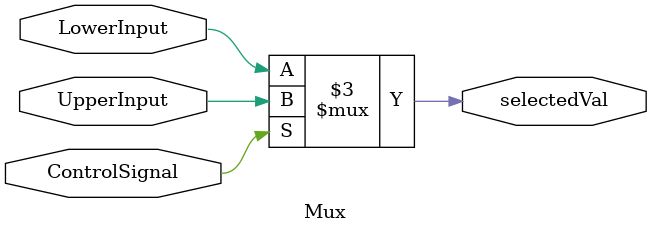
<source format=sv>
`timescale 1ns / 1ps
module Mux (
    input logic UpperInput,
    input logic LowerInput,
    input logic ControlSignal,
    output logic selectedVal
);

    always_comb begin
        if (ControlSignal) 
            selectedVal = UpperInput;
        else 
            selectedVal = LowerInput;
    end

endmodule

</source>
